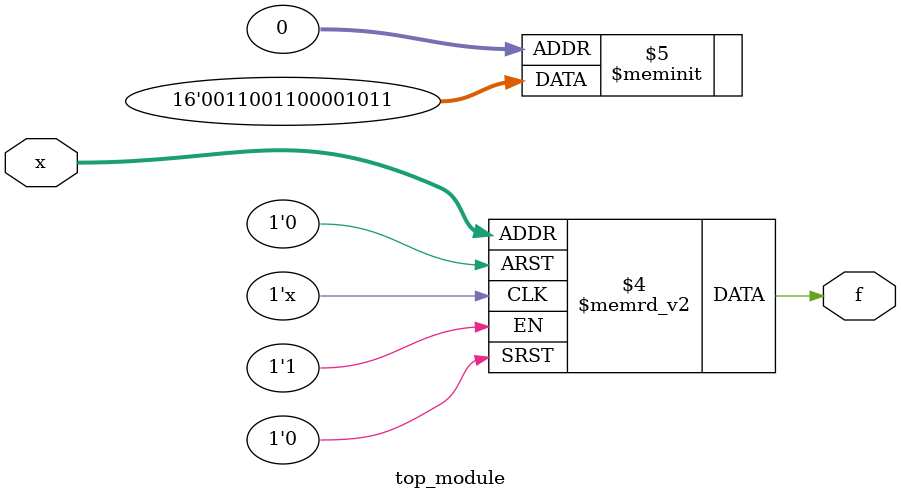
<source format=sv>
module top_module (
    input [4:1] x,
    output logic f
);

always_comb begin
    case (x)
        4'b0000: f = 1'b1;
        4'b0001: f = 1'b1;
        4'b0010: f = 1'b0;
        4'b0011: f = 1'b1;
        4'b0100: f = 1'b0;
        4'b0101: f = 1'b0;
        4'b0110: f = 1'b0;
        4'b0111: f = 1'b0;
        4'b1000: f = 1'b1;
        4'b1001: f = 1'b1;
        4'b1010: f = 1'b0;
        4'b1011: f = 1'b0;
        4'b1100: f = 1'b1;
        4'b1101: f = 1'b1;
        4'b1110: f = 1'b0;
        4'b1111: f = 1'b0;
    endcase
end

endmodule

</source>
